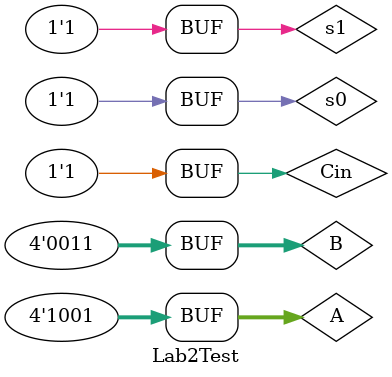
<source format=v>
module Lab2Test();
	reg [3:0] A, B; 
   reg Cin, s0, s1;
	wire [3:0] Sum; 
   wire Cout;
	parameter time_out = 100;
	
	initial $monitor (A, B, Cin, s1, s0, Sum, Cout);
	always
	begin
		#10 s1=0; s0=0; Cin=0; A=4'b1001; B=4'b0011;
		#10 s1=0; s0=1; Cin=0; A=4'b1001; B=4'b0011;
		#10 s1=1; s0=0; Cin=0; A=4'b1001; B=4'b0011;
		#10 s1=1; s0=1; Cin=0; A=4'b1001; B=4'b0011;
		#10 s1=0; s0=0; Cin=1; A=4'b1001; B=4'b0011;
		#10 s1=0; s0=1; Cin=1; A=4'b1001; B=4'b0011;
		#10 s1=1; s0=0; Cin=1; A=4'b1001; B=4'b0011;
		#10 s1=1; s0=1; Cin=1; A=4'b1001; B=4'b0011;

	end
	Lab2 test(A, B, Cin, s1, s0, Sum, Cout);
	
endmodule 
</source>
